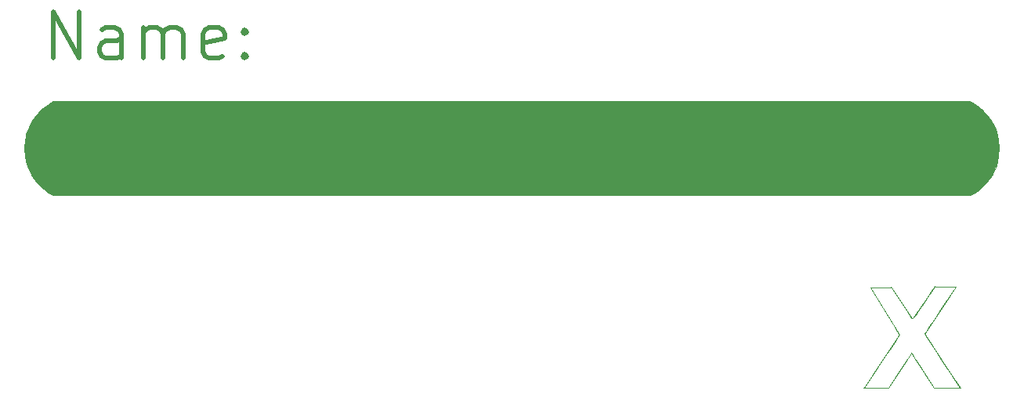
<source format=gbr>
%TF.GenerationSoftware,KiCad,Pcbnew,(5.1.10)-1*%
%TF.CreationDate,2022-09-07T22:56:21-04:00*%
%TF.ProjectId,HACK Badges,4841434b-2042-4616-9467-65732e6b6963,rev?*%
%TF.SameCoordinates,Original*%
%TF.FileFunction,Legend,Top*%
%TF.FilePolarity,Positive*%
%FSLAX46Y46*%
G04 Gerber Fmt 4.6, Leading zero omitted, Abs format (unit mm)*
G04 Created by KiCad (PCBNEW (5.1.10)-1) date 2022-09-07 22:56:21*
%MOMM*%
%LPD*%
G01*
G04 APERTURE LIST*
%ADD10C,0.120000*%
%ADD11C,0.002000*%
%ADD12C,0.100000*%
%ADD13C,0.500000*%
G04 APERTURE END LIST*
D10*
X190190000Y-95060000D02*
X193280000Y-100100000D01*
X192460000Y-95000000D02*
X190190000Y-95060000D01*
X193260000Y-100170000D02*
X193280000Y-100100000D01*
X189470000Y-105890000D02*
X193260000Y-100170000D01*
X192130000Y-105890000D02*
X189470000Y-105890000D01*
X194590000Y-102150000D02*
X192130000Y-105890000D01*
X194700000Y-102200000D02*
X194590000Y-102150000D01*
X197070000Y-105860000D02*
X194700000Y-102200000D01*
X199870000Y-105890000D02*
X197070000Y-105860000D01*
X196080000Y-100090000D02*
X199870000Y-105890000D01*
X196100000Y-99980000D02*
X196080000Y-100090000D01*
X199380000Y-94960000D02*
X196100000Y-99980000D01*
X197150000Y-94940000D02*
X199380000Y-94960000D01*
X194760000Y-98370000D02*
X197150000Y-94940000D01*
X194680000Y-98370000D02*
X194760000Y-98370000D01*
X192460000Y-95000000D02*
X194680000Y-98370000D01*
D11*
X193277302Y-100123264D02*
G75*
G02*
X193259814Y-100182184I-108000J0D01*
G01*
X192419284Y-94988967D02*
G75*
G02*
X192497782Y-95042389I-19649J-113256D01*
G01*
X193259846Y-100064414D02*
G75*
G02*
X193277302Y-100123264I-90476J-58851D01*
G01*
X193259846Y-100064415D02*
X192784094Y-99334177D01*
X196636222Y-101003498D02*
X197250662Y-101958045D01*
X196108605Y-100167069D02*
G75*
G02*
X196077302Y-100058385I173024J108684D01*
G01*
X195451626Y-97435419D02*
X195929368Y-96700160D01*
X192767556Y-100937243D02*
X193259814Y-100182184D01*
X192207266Y-101787193D02*
X192767556Y-100937243D01*
X192127302Y-105906236D02*
X190790801Y-105907118D01*
X197210406Y-94927172D02*
X197521917Y-94921633D01*
X189630496Y-105633000D02*
X189757522Y-105439033D01*
X191541997Y-102780969D02*
X192207266Y-101787193D01*
X194562928Y-102162065D02*
G75*
G02*
X194620695Y-102142101I42701J-30000D01*
G01*
X190864347Y-103788289D02*
X191541997Y-102780969D01*
X190264680Y-104681779D02*
X190864347Y-103788289D01*
X197250662Y-101958045D02*
X197980009Y-103062057D01*
X189757522Y-105439033D02*
X190264680Y-104681779D01*
X195083055Y-97963428D02*
X195451626Y-97435419D01*
X189454300Y-105908000D02*
X189630496Y-105633000D01*
X190790801Y-105907118D02*
X189454300Y-105908000D01*
X197130300Y-94943013D02*
G75*
G02*
X197210406Y-94927172I85867J-223764D01*
G01*
X197727772Y-97432090D02*
X197095144Y-98391406D01*
X196355504Y-96039777D02*
X196732212Y-95476563D01*
X193327302Y-104010088D02*
X192127302Y-105906236D01*
X193794107Y-103285127D02*
X193327302Y-104010088D01*
X194202236Y-102679206D02*
X193794107Y-103285127D01*
X194562929Y-102162065D02*
X194202236Y-102679206D01*
X195029440Y-102703627D02*
X194677973Y-102184150D01*
X197980009Y-103062057D02*
X199882716Y-105913525D01*
X194620695Y-102142101D02*
G75*
G02*
X194677973Y-102184150I-30721J-101882D01*
G01*
X195426961Y-103305290D02*
X195029440Y-102703627D01*
X195881019Y-104014132D02*
X195426961Y-103305290D01*
X199882716Y-105913525D02*
X198465332Y-105885763D01*
X196077302Y-100058385D02*
G75*
G02*
X196108057Y-99950644I204095J0D01*
G01*
X197095144Y-98391406D02*
X196562127Y-99224126D01*
X197047949Y-105858000D02*
X195881019Y-104014132D01*
X199378242Y-94958000D02*
X197727772Y-97432090D01*
X197521917Y-94921633D02*
X197891631Y-94921544D01*
X195929368Y-96700160D02*
X196355504Y-96039777D01*
X198465332Y-105885763D02*
X197047949Y-105858000D01*
X197063272Y-94995626D02*
G75*
G02*
X197130301Y-94943012I118833J-82387D01*
G01*
X198309198Y-94929429D02*
X199378242Y-94958000D01*
X196108604Y-100167069D02*
X196636222Y-101003498D01*
X196562127Y-99224126D02*
X196108057Y-99950644D01*
X197891631Y-94921544D02*
X198309198Y-94929429D01*
X196732212Y-95476563D02*
X197063272Y-94995626D01*
X194790534Y-98349764D02*
X195083055Y-97963428D01*
X194790533Y-98349764D02*
G75*
G02*
X194691959Y-98386576I-79290J61936D01*
G01*
X194691958Y-98386576D02*
G75*
G02*
X194567646Y-98304043I37318J191095D01*
G01*
X194050851Y-97525579D02*
X194567646Y-98304043D01*
X193394185Y-96497915D02*
X194050851Y-97525579D01*
X192497782Y-95042389D02*
X193394185Y-96497915D01*
D12*
G36*
X201900000Y-75500000D02*
G01*
X202600000Y-76200000D01*
X203100000Y-76800000D01*
X203600000Y-77700000D01*
X203900000Y-78500000D01*
X204000000Y-79100000D01*
X204100000Y-79800000D01*
X204000000Y-80900000D01*
X203800000Y-81800000D01*
X203300000Y-82900000D01*
X202700000Y-83700000D01*
X202100000Y-84300000D01*
X201500000Y-84800000D01*
X200959999Y-85079999D01*
X101900000Y-85079999D01*
X101200000Y-84700000D01*
X100100000Y-83700000D01*
X99600000Y-83000000D01*
X99100000Y-81900000D01*
X98800000Y-80900000D01*
X98800000Y-79500000D01*
X99100000Y-78100000D01*
X99700000Y-77000000D01*
X100700000Y-75700000D01*
X101900001Y-74920001D01*
X200960000Y-74920001D01*
X201900000Y-75500000D01*
G37*
X201900000Y-75500000D02*
X202600000Y-76200000D01*
X203100000Y-76800000D01*
X203600000Y-77700000D01*
X203900000Y-78500000D01*
X204000000Y-79100000D01*
X204100000Y-79800000D01*
X204000000Y-80900000D01*
X203800000Y-81800000D01*
X203300000Y-82900000D01*
X202700000Y-83700000D01*
X202100000Y-84300000D01*
X201500000Y-84800000D01*
X200959999Y-85079999D01*
X101900000Y-85079999D01*
X101200000Y-84700000D01*
X100100000Y-83700000D01*
X99600000Y-83000000D01*
X99100000Y-81900000D01*
X98800000Y-80900000D01*
X98800000Y-79500000D01*
X99100000Y-78100000D01*
X99700000Y-77000000D01*
X100700000Y-75700000D01*
X101900001Y-74920001D01*
X200960000Y-74920001D01*
X201900000Y-75500000D01*
D10*
X101900000Y-85079998D02*
G75*
G02*
X101900001Y-74920001I2540000J5079998D01*
G01*
X200960000Y-74920002D02*
G75*
G02*
X200959999Y-85079999I-2540000J-5079998D01*
G01*
X200960000Y-85080000D02*
X101900000Y-85080000D01*
X101900000Y-74920000D02*
X200960000Y-74920000D01*
D13*
X101842857Y-70261904D02*
X101842857Y-65261904D01*
X104700000Y-70261904D01*
X104700000Y-65261904D01*
X109223809Y-70261904D02*
X109223809Y-67642857D01*
X108985714Y-67166666D01*
X108509523Y-66928571D01*
X107557142Y-66928571D01*
X107080952Y-67166666D01*
X109223809Y-70023809D02*
X108747619Y-70261904D01*
X107557142Y-70261904D01*
X107080952Y-70023809D01*
X106842857Y-69547619D01*
X106842857Y-69071428D01*
X107080952Y-68595238D01*
X107557142Y-68357142D01*
X108747619Y-68357142D01*
X109223809Y-68119047D01*
X111604761Y-70261904D02*
X111604761Y-66928571D01*
X111604761Y-67404761D02*
X111842857Y-67166666D01*
X112319047Y-66928571D01*
X113033333Y-66928571D01*
X113509523Y-67166666D01*
X113747619Y-67642857D01*
X113747619Y-70261904D01*
X113747619Y-67642857D02*
X113985714Y-67166666D01*
X114461904Y-66928571D01*
X115176190Y-66928571D01*
X115652380Y-67166666D01*
X115890476Y-67642857D01*
X115890476Y-70261904D01*
X120176190Y-70023809D02*
X119700000Y-70261904D01*
X118747619Y-70261904D01*
X118271428Y-70023809D01*
X118033333Y-69547619D01*
X118033333Y-67642857D01*
X118271428Y-67166666D01*
X118747619Y-66928571D01*
X119700000Y-66928571D01*
X120176190Y-67166666D01*
X120414285Y-67642857D01*
X120414285Y-68119047D01*
X118033333Y-68595238D01*
X122557142Y-69785714D02*
X122795238Y-70023809D01*
X122557142Y-70261904D01*
X122319047Y-70023809D01*
X122557142Y-69785714D01*
X122557142Y-70261904D01*
X122557142Y-67166666D02*
X122795238Y-67404761D01*
X122557142Y-67642857D01*
X122319047Y-67404761D01*
X122557142Y-67166666D01*
X122557142Y-67642857D01*
M02*

</source>
